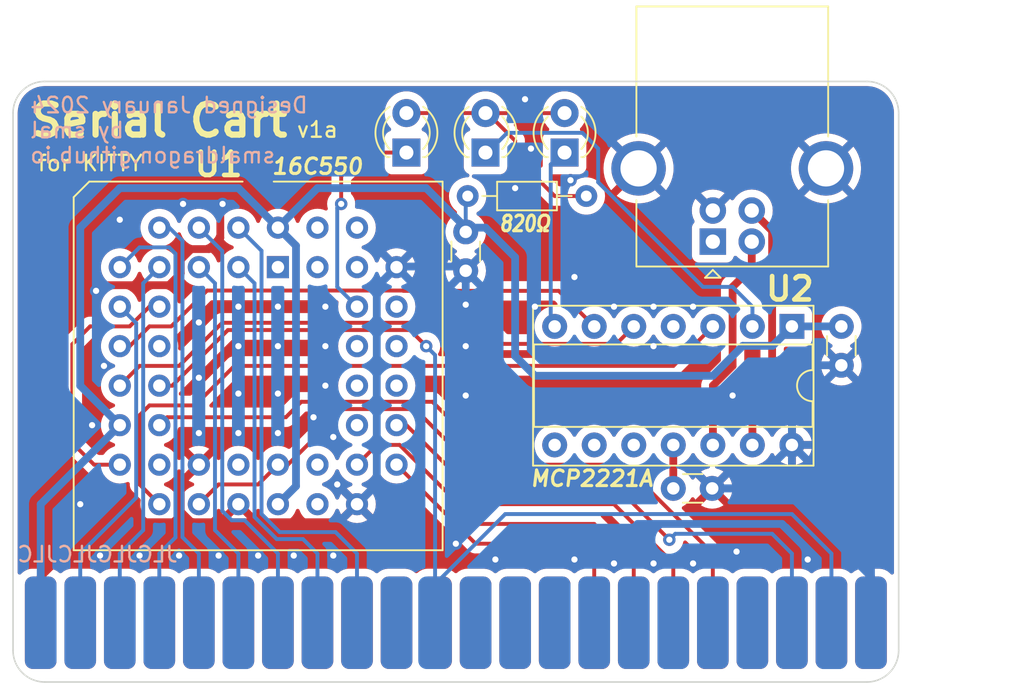
<source format=kicad_pcb>
(kicad_pcb (version 20221018) (generator pcbnew)
  (layers (0 "F.Cu" signal) (31 "B.Cu" signal) (34 "B.Paste" user) (35 "F.Paste" user) (36 "B.SilkS" user "B.Silkscreen") (37 "F.SilkS" user "F.Silkscreen") (38 "B.Mask" user) (39 "F.Mask" user) (44 "Edge.Cuts" user))
  (net 0 "")
  (net 1 "GND")
  (net 2 "+5V")
  (net 3 "~{SEL}")
  (net 4 "~{CART}")
  (net 5 "A15")
  (net 6 "D7")
  (net 7 "A14")
  (net 8 "D6")
  (net 9 "A13")
  (net 10 "D5")
  (net 11 "A12")
  (net 12 "D4")
  (net 13 "A11")
  (net 14 "D3")
  (net 15 "A10")
  (net 16 "D2")
  (net 17 "A9")
  (net 18 "D1")
  (net 19 "A8")
  (net 20 "D0")
  (net 21 "A7")
  (net 22 "B7")
  (net 23 "A6")
  (net 24 "B6")
  (net 25 "A5")
  (net 26 "B5")
  (net 27 "A4")
  (net 28 "B4")
  (net 29 "A3")
  (net 30 "B3")
  (net 31 "A2")
  (net 32 "B2")
  (net 33 "A1")
  (net 34 "B1")
  (net 35 "A0")
  (net 36 "B0")
  (net 37 "3M")
  (net 38 "~{NMI}")
  (net 39 "~{R}{slash}W")
  (net 40 "~{RESET}")
  (net 41 "R{slash}~{W}")
  (net 44 "Net-(J2-D-)")
  (net 45 "Net-(J2-D+)")
  (net 46 "Net-(D1-K)")
  (net 47 "Net-(D1-A)")
  (net 48 "/~{OUT1}")
  (net 49 "Net-(D2-K)")
  (net 50 "Net-(U2-VUSB)")
  (net 51 "Net-(U1-RCLK)")
  (net 52 "Net-(U1-SIN)")
  (net 53 "Net-(U1-SOUT)")
  (net 54 "Net-(U1-XIN)")
  (footprint "Package_DIP:DIP-14_W7.62mm_Socket" (layer "F.Cu") (at 91.44 72.39 -90)
    (fp_text reference "U2" (at -2.413 0.127 -180) (layer "F.SilkS" knockout) (effects (font (size 1.5 1.5) (thickness 0.3) bold)))
    (fp_text value "MCP2221A" (at 9.779 16.891 180) (layer "F.SilkS") (effects (font (thickness 0.2) bold italic) (justify left)))
    (fp_line (start -1.33 -1.39) (end -1.33 16.63) (stroke (width 0.12)) (layer "F.SilkS"))
    (fp_line (start -1.33 16.63) (end 8.95 16.63) (stroke (width 0.12)) (layer "F.SilkS"))
    (fp_line (start 1.16 -1.33) (end 1.16 16.57) (stroke (width 0.12)) (layer "F.SilkS"))
    (fp_line (start 1.16 16.57) (end 6.46 16.57) (stroke (width 0.12)) (layer "F.SilkS"))
    (fp_line (start 2.81 -1.33) (end 1.16 -1.33) (stroke (width 0.12)) (layer "F.SilkS"))
    (fp_line (start 6.46 -1.33) (end 4.81 -1.33) (stroke (width 0.12)) (layer "F.SilkS"))
    (fp_line (start 6.46 16.57) (end 6.46 -1.33) (stroke (width 0.12)) (layer "F.SilkS"))
    (fp_line (start 8.95 -1.39) (end -1.33 -1.39) (stroke (width 0.12)) (layer "F.SilkS"))
    (fp_line (start 8.95 16.63) (end 8.95 -1.39) (stroke (width 0.12)) (layer "F.SilkS"))
    (fp_arc (start 4.81 -1.33) (mid 3.81 -0.33) (end 2.81 -1.33) (stroke (width 0.12)) (layer "F.SilkS"))
    (pad "1" thru_hole rect (at 0 0 270) (size 1.6 1.6) (drill 0.8) (layers "*.Cu" "*.Mask") (net 2 "+5V"))
    (pad "2" thru_hole oval (at 0 2.54 270) (size 1.6 1.6) (drill 0.8) (layers "*.Cu" "*.Mask") (net 46 "Net-(D1-K)"))
    (pad "3" thru_hole oval (at 0 5.08 270) (size 1.6 1.6) (drill 0.8) (layers "*.Cu" "*.Mask") (net 54 "Net-(U1-XIN)"))
    (pad "4" thru_hole oval (at 0 7.62 270) (size 1.6 1.6) (drill 0.8) (layers "*.Cu" "*.Mask"))
    (pad "5" thru_hole oval (at 0 10.16 270) (size 1.6 1.6) (drill 0.8) (layers "*.Cu" "*.Mask") (net 53 "Net-(U1-SOUT)"))
    (pad "6" thru_hole oval (at 0 12.7 270) (size 1.6 1.6) (drill 0.8) (layers "*.Cu" "*.Mask") (net 52 "Net-(U1-SIN)"))
    (pad "7" thru_hole oval (at 0 15.24 270) (size 1.6 1.6) (drill 0.8) (layers "*.Cu" "*.Mask") (net 49 "Net-(D2-K)"))
    (pad "8" thru_hole oval (at 7.62 15.24 270) (size 1.6 1.6) (drill 0.8) (layers "*.Cu" "*.Mask"))
    (pad "9" thru_hole oval (at 7.62 12.7 270) (size 1.6 1.6) (drill 0.8) (layers "*.Cu" "*.Mask"))
    (pad "10" thru_hole oval (at 7.62 10.16 270) (size 1.6 1.6) (drill 0.8) (layers "*.Cu" "*.Mask"))
    (pad "11" thru_hole oval (at 7.62 7.62 270) (size 1.6 1.6) (drill 0.8) (layers "*.Cu" "*.Mask") (net 50 "Net-(U2-VUSB)"))
    (pad "12" thru_hole oval (at 7.62 5.08 270) (size 1.6 1.6) (drill 0.8) (layers "*.Cu" "*.Mask") (net 44 "Net-(J2-D-)"))
    (pad "13" thru_hole oval (at 7.62 2.54 270) (size 1.6 1.6) (drill 0.8) (layers "*.Cu" "*.Mask") (net 45 "Net-(J2-D+)"))
    (pad "14" thru_hole oval (at 7.62 0 270) (size 1.6 1.6) (drill 0.8) (layers "*.Cu" "*.Mask") (net 1 "GND"))
  )
  (footprint "Capacitor_THT:C_Disc_D3.0mm_W1.6mm_P2.50mm" (layer "F.Cu") (at 94.615 74.89 90)
    (fp_text reference "C1" hide)
    (fp_text value "C_Small" hide)
    (fp_line (start 0.621 -0.92) (end 1.879 -0.92) (stroke (width 0.12)) (layer "F.SilkS"))
    (fp_line (start 0.621 0.92) (end 1.879 0.92) (stroke (width 0.12)) (layer "F.SilkS"))
    (pad "1" thru_hole circle (at 0 0 90) (size 1.6 1.6) (drill 0.8) (layers "*.Cu" "*.Mask") (net 1 "GND"))
    (pad "2" thru_hole circle (at 2.5 0 90) (size 1.6 1.6) (drill 0.8) (layers "*.Cu" "*.Mask") (net 2 "+5V"))
  )
  (footprint "Capacitor_THT:C_Disc_D3.0mm_W1.6mm_P2.50mm" (layer "F.Cu") (at 70.485 66.314 -90)
    (fp_text reference "C3" hide)
    (fp_text value "C_Small")
    (fp_line (start 0.621 -0.92) (end 1.879 -0.92) (stroke (width 0.12)) (layer "F.SilkS"))
    (fp_line (start 0.621 0.92) (end 1.879 0.92) (stroke (width 0.12)) (layer "F.SilkS"))
    (pad "1" thru_hole circle (at 0 0 270) (size 1.6 1.6) (drill 0.8) (layers "*.Cu" "*.Mask") (net 2 "+5V"))
    (pad "2" thru_hole circle (at 2.5 0 270) (size 1.6 1.6) (drill 0.8) (layers "*.Cu" "*.Mask") (net 1 "GND"))
  )
  (footprint "Package_LCC:PLCC-44_THT-Socket" (layer "F.Cu") (at 58.42 68.58)
    (fp_text reference "U1" (at -3.81 -6.604) (layer "F.SilkS" knockout) (effects (font (size 1.5 1.5) (thickness 0.3) bold)))
    (fp_text value "16C550" (at 2.54 -6.477) (layer "F.SilkS") (effects (font (thickness 0.2) bold italic)))
    (fp_line (start -13.12 -4.5) (end -13.12 18.2) (stroke (width 0.12)) (layer "F.SilkS"))
    (fp_line (start -13.12 18.2) (end 10.58 18.2) (stroke (width 0.12)) (layer "F.SilkS"))
    (fp_line (start -12.12 -5.5) (end -13.12 -4.5) (stroke (width 0.12)) (layer "F.SilkS"))
    (fp_line (start -2.27 -5.5) (end -12.12 -5.5) (stroke (width 0.12)) (layer "F.SilkS"))
    (fp_line (start 10.58 -5.5) (end -0.27 -5.5) (stroke (width 0.12)) (layer "F.SilkS"))
    (fp_line (start 10.58 18.2) (end 10.58 -5.5) (stroke (width 0.12)) (layer "F.SilkS"))
    (pad "1" thru_hole rect (at 0 0) (size 1.4224 1.4224) (drill 0.8) (layers "*.Cu" "*.Mask"))
    (pad "2" thru_hole circle (at -2.54 -2.54) (size 1.4224 1.4224) (drill 0.8) (layers "*.Cu" "*.Mask") (net 20 "D0"))
    (pad "3" thru_hole circle (at -2.54 0) (size 1.4224 1.4224) (drill 0.8) (layers "*.Cu" "*.Mask") (net 18 "D1"))
    (pad "4" thru_hole circle (at -5.08 -2.54) (size 1.4224 1.4224) (drill 0.8) (layers "*.Cu" "*.Mask") (net 16 "D2"))
    (pad "5" thru_hole circle (at -5.08 0) (size 1.4224 1.4224) (drill 0.8) (layers "*.Cu" "*.Mask") (net 14 "D3"))
    (pad "6" thru_hole circle (at -7.62 -2.54) (size 1.4224 1.4224) (drill 0.8) (layers "*.Cu" "*.Mask") (net 12 "D4"))
    (pad "7" thru_hole circle (at -10.16 0) (size 1.4224 1.4224) (drill 0.8) (layers "*.Cu" "*.Mask") (net 10 "D5"))
    (pad "8" thru_hole circle (at -7.62 0) (size 1.4224 1.4224) (drill 0.8) (layers "*.Cu" "*.Mask") (net 8 "D6"))
    (pad "9" thru_hole circle (at -10.16 2.54) (size 1.4224 1.4224) (drill 0.8) (layers "*.Cu" "*.Mask") (net 6 "D7"))
    (pad "10" thru_hole circle (at -7.62 2.54) (size 1.4224 1.4224) (drill 0.8) (layers "*.Cu" "*.Mask") (net 51 "Net-(U1-RCLK)"))
    (pad "11" thru_hole circle (at -10.16 5.08) (size 1.4224 1.4224) (drill 0.8) (layers "*.Cu" "*.Mask") (net 52 "Net-(U1-SIN)"))
    (pad "12" thru_hole circle (at -7.62 5.08) (size 1.4224 1.4224) (drill 0.8) (layers "*.Cu" "*.Mask"))
    (pad "13" thru_hole circle (at -10.16 7.62) (size 1.4224 1.4224) (drill 0.8) (layers "*.Cu" "*.Mask") (net 53 "Net-(U1-SOUT)"))
    (pad "14" thru_hole circle (at -7.62 7.62) (size 1.4224 1.4224) (drill 0.8) (layers "*.Cu" "*.Mask") (net 24 "B6"))
    (pad "15" thru_hole circle (at -10.16 10.16) (size 1.4224 1.4224) (drill 0.8) (layers "*.Cu" "*.Mask") (net 2 "+5V"))
    (pad "16" thru_hole circle (at -7.62 10.16) (size 1.4224 1.4224) (drill 0.8) (layers "*.Cu" "*.Mask") (net 4 "~{CART}"))
    (pad "17" thru_hole circle (at -10.16 12.7) (size 1.4224 1.4224) (drill 0.8) (layers "*.Cu" "*.Mask") (net 51 "Net-(U1-RCLK)"))
    (pad "18" thru_hole circle (at -7.62 15.24) (size 1.4224 1.4224) (drill 0.8) (layers "*.Cu" "*.Mask") (net 54 "Net-(U1-XIN)"))
    (pad "19" thru_hole circle (at -7.62 12.7) (size 1.4224 1.4224) (drill 0.8) (layers "*.Cu" "*.Mask"))
    (pad "20" thru_hole circle (at -5.08 15.24) (size 1.4224 1.4224) (drill 0.8) (layers "*.Cu" "*.Mask") (net 41 "R{slash}~{W}"))
    (pad "21" thru_hole circle (at -5.08 12.7) (size 1.4224 1.4224) (drill 0.8) (layers "*.Cu" "*.Mask") (net 1 "GND"))
    (pad "22" thru_hole circle (at -2.54 15.24) (size 1.4224 1.4224) (drill 0.8) (layers "*.Cu" "*.Mask") (net 1 "GND"))
    (pad "23" thru_hole circle (at -2.54 12.7) (size 1.4224 1.4224) (drill 0.8) (layers "*.Cu" "*.Mask"))
    (pad "24" thru_hole circle (at 0 15.24) (size 1.4224 1.4224) (drill 0.8) (layers "*.Cu" "*.Mask") (net 2 "+5V"))
    (pad "25" thru_hole circle (at 0 12.7) (size 1.4224 1.4224) (drill 0.8) (layers "*.Cu" "*.Mask") (net 41 "R{slash}~{W}"))
    (pad "26" thru_hole circle (at 2.54 15.24) (size 1.4224 1.4224) (drill 0.8) (layers "*.Cu" "*.Mask"))
    (pad "27" thru_hole circle (at 2.54 12.7) (size 1.4224 1.4224) (drill 0.8) (layers "*.Cu" "*.Mask"))
    (pad "28" thru_hole circle (at 5.08 15.24) (size 1.4224 1.4224) (drill 0.8) (layers "*.Cu" "*.Mask") (net 1 "GND"))
    (pad "29" thru_hole circle (at 7.62 12.7) (size 1.4224 1.4224) (drill 0.8) (layers "*.Cu" "*.Mask") (net 31 "A2"))
    (pad "30" thru_hole circle (at 5.08 12.7) (size 1.4224 1.4224) (drill 0.8) (layers "*.Cu" "*.Mask") (net 33 "A1"))
    (pad "31" thru_hole circle (at 7.62 10.16) (size 1.4224 1.4224) (drill 0.8) (layers "*.Cu" "*.Mask") (net 35 "A0"))
    (pad "32" thru_hole circle (at 5.08 10.16) (size 1.4224 1.4224) (drill 0.8) (layers "*.Cu" "*.Mask"))
    (pad "33" thru_hole circle (at 7.62 7.62) (size 1.4224 1.4224) (drill 0.8) (layers "*.Cu" "*.Mask"))
    (pad "34" thru_hole circle (at 5.08 7.62) (size 1.4224 1.4224) (drill 0.8) (layers "*.Cu" "*.Mask"))
    (pad "35" thru_hole circle (at 7.62 5.08) (size 1.4224 1.4224) (drill 0.8) (layers "*.Cu" "*.Mask"))
    (pad "36" thru_hole circle (at 5.08 5.08) (size 1.4224 1.4224) (drill 0.8) (layers "*.Cu" "*.Mask"))
    (pad "37" thru_hole circle (at 7.62 2.54) (size 1.4224 1.4224) (drill 0.8) (layers "*.Cu" "*.Mask"))
    (pad "38" thru_hole circle (at 5.08 2.54) (size 1.4224 1.4224) (drill 0.8) (layers "*.Cu" "*.Mask") (net 48 "/~{OUT1}"))
    (pad "39" thru_hole circle (at 7.62 0) (size 1.4224 1.4224) (drill 0.8) (layers "*.Cu" "*.Mask") (net 1 "GND"))
    (pad "40" thru_hole circle (at 5.08 -2.54) (size 1.4224 1.4224) (drill 0.8) (layers "*.Cu" "*.Mask"))
    (pad "41" thru_hole circle (at 5.08 0) (size 1.4224 1.4224) (drill 0.8) (layers "*.Cu" "*.Mask"))
    (pad "42" thru_hole circle (at 2.54 -2.54) (size 1.4224 1.4224) (drill 0.8) (layers "*.Cu" "*.Mask"))
    (pad "43" thru_hole circle (at 2.54 0) (size 1.4224 1.4224) (drill 0.8) (layers "*.Cu" "*.Mask"))
    (pad "44" thru_hole circle (at 0 -2.54) (size 1.4224 1.4224) (drill 0.8) (layers "*.Cu" "*.Mask") (net 2 "+5V"))
  )
  (footprint "Capacitor_THT:C_Disc_D3.0mm_W1.6mm_P2.50mm" (layer "F.Cu") (at 83.82 82.804)
    (fp_text reference "C2" hide)
    (fp_text value "C_Small")
    (fp_line (start 0.621 -0.92) (end 1.879 -0.92) (stroke (width 0.12)) (layer "F.SilkS"))
    (fp_line (start 0.621 0.92) (end 1.879 0.92) (stroke (width 0.12)) (layer "F.SilkS"))
    (pad "1" thru_hole circle (at 0 0) (size 1.6 1.6) (drill 0.8) (layers "*.Cu" "*.Mask") (net 50 "Net-(U2-VUSB)"))
    (pad "2" thru_hole circle (at 2.5 0) (size 1.6 1.6) (drill 0.8) (layers "*.Cu" "*.Mask") (net 1 "GND"))
  )
  (footprint "Resistor_THT:R_Axial_DIN0204_L3.6mm_D1.6mm_P7.62mm_Horizontal" (layer "F.Cu") (at 78.232 64.008 180)
    (fp_text reference "R1" hide)
    (fp_text value "820Ω" (at 3.937 -1.778) (layer "F.SilkS") (effects (font (size 1 0.8) (thickness 0.2) italic)))
    (fp_line (start 0.94 0) (end 1.89 0) (stroke (width 0.12)) (layer "F.SilkS"))
    (fp_line (start 1.89 -0.92) (end 1.89 0.92) (stroke (width 0.12)) (layer "F.SilkS"))
    (fp_line (start 1.89 0.92) (end 5.73 0.92) (stroke (width 0.12)) (layer "F.SilkS"))
    (fp_line (start 5.73 -0.92) (end 1.89 -0.92) (stroke (width 0.12)) (layer "F.SilkS"))
    (fp_line (start 5.73 0.92) (end 5.73 -0.92) (stroke (width 0.12)) (layer "F.SilkS"))
    (fp_line (start 6.68 0) (end 5.73 0) (stroke (width 0.12)) (layer "F.SilkS"))
    (pad "1" thru_hole circle (at 0 0 180) (size 1.4 1.4) (drill 0.7) (layers "*.Cu" "*.Mask") (net 47 "Net-(D1-A)"))
    (pad "2" thru_hole oval (at 7.62 0 180) (size 1.4 1.4) (drill 0.7) (layers "*.Cu" "*.Mask") (net 2 "+5V"))
  )
  (footprint "LED_THT:LED_D3.0mm" (layer "F.Cu") (at 71.755 61.214 90)
    (fp_text reference "D1" hide)
    (fp_text value "LED_Filled")
    (fp_line (start -0.29 -1.236) (end -0.29 -1.08) (stroke (width 0.12)) (layer "F.SilkS"))
    (fp_line (start -0.29 1.08) (end -0.29 1.236) (stroke (width 0.12)) (layer "F.SilkS"))
    (fp_arc (start -0.29 -1.235516) (mid 1.366487 -1.987659) (end 2.942335 -1.078608) (stroke (width 0.12)) (layer "F.SilkS"))
    (fp_arc (start 0.229039 -1.08) (mid 1.270117 -1.5) (end 2.31113 -1.079837) (stroke (width 0.12)) (layer "F.SilkS"))
    (fp_arc (start 2.31113 1.079837) (mid 1.270117 1.5) (end 0.229039 1.08) (stroke (width 0.12)) (layer "F.SilkS"))
    (fp_arc (start 2.942335 1.078608) (mid 1.366487 1.987659) (end -0.29 1.235516) (stroke (width 0.12)) (layer "F.SilkS"))
    (pad "1" thru_hole rect (at 0 0 90) (size 1.8 1.8) (drill 0.9) (layers "*.Cu" "*.Mask") (net 46 "Net-(D1-K)"))
    (pad "2" thru_hole circle (at 2.54 0 90) (size 1.8 1.8) (drill 0.9) (layers "*.Cu" "*.Mask") (net 47 "Net-(D1-A)"))
  )
  (footprint "Smal:KITTY_Cart_Edge" (layer "F.Cu") (at 97.79 88.4435 180)
    (fp_text reference "J1" hide)
    (fp_text value "Conn_02x22_Odd_Even")
    (pad "1" smd roundrect (at 54.61 -2.9965) (size 2.032 5.945) (layers "F.Cu" "F.Paste" "F.Mask") (net 1 "GND"))
    (pad "2" smd roundrect (at 54.61 -2.9965) (size 2.032 5.945) (layers "B.Cu" "B.Paste" "B.Mask") (net 2 "+5V"))
    (pad "3" smd roundrect (at 52.07 -2.9965) (size 2.032 5.945) (layers "F.Cu" "F.Paste" "F.Mask") (net 5 "A15"))
    (pad "4" smd roundrect (at 52.07 -2.9965) (size 2.032 5.945) (layers "B.Cu" "B.Paste" "B.Mask") (net 6 "D7"))
    (pad "5" smd roundrect (at 49.53 -2.9965) (size 2.032 5.945) (layers "F.Cu" "F.Paste" "F.Mask") (net 7 "A14"))
    (pad "6" smd roundrect (at 49.53 -2.9965) (size 2.032 5.945) (layers "B.Cu" "B.Paste" "B.Mask") (net 8 "D6"))
    (pad "7" smd roundrect (at 46.99 -2.9965) (size 2.032 5.945) (layers "F.Cu" "F.Paste" "F.Mask") (net 9 "A13"))
    (pad "8" smd roundrect (at 46.99 -2.9965) (size 2.032 5.945) (layers "B.Cu" "B.Paste" "B.Mask") (net 10 "D5"))
    (pad "9" smd roundrect (at 44.45 -2.9965) (size 2.032 5.945) (layers "F.Cu" "F.Paste" "F.Mask") (net 11 "A12"))
    (pad "10" smd roundrect (at 44.45 -2.9965) (size 2.032 5.945) (layers "B.Cu" "B.Paste" "B.Mask") (net 12 "D4"))
    (pad "11" smd roundrect (at 41.91 -2.9965) (size 2.032 5.945) (layers "F.Cu" "F.Paste" "F.Mask") (net 13 "A11"))
    (pad "12" smd roundrect (at 41.91 -3) (size 2.032 5.952) (layers "B.Cu" "B.Paste" "B.Mask") (net 14 "D3"))
    (pad "13" smd roundrect (at 39.37 -3) (size 2.032 5.952) (layers "F.Cu" "F.Paste" "F.Mask") (net 15 "A10"))
    (pad "14" smd roundrect (at 39.37 -2.9965) (size 2.032 5.945) (layers "B.Cu" "B.Paste" "B.Mask") (net 16 "D2"))
    (pad "15" smd roundrect (at 36.83 -3) (size 2.032 5.952) (layers "F.Cu" "F.Paste" "F.Mask") (net 17 "A9"))
    (pad "16" smd roundrect (at 36.83 -2.9965) (size 2.032 5.945) (layers "B.Cu" "B.Paste" "B.Mask") (net 18 "D1"))
    (pad "17" smd roundrect (at 34.29 -2.9965) (size 2.032 5.945) (layers "F.Cu" "F.Paste" "F.Mask") (net 19 "A8"))
    (pad "18" smd roundrect (at 34.29 -2.9965) (size 2.032 5.945) (layers "B.Cu" "B.Paste" "B.Mask") (net 20 "D0"))
    (pad "19" smd roundrect (at 31.75 -2.9965) (size 2.032 5.945) (layers "F.Cu" "F.Paste" "F.Mask") (net 21 "A7"))
    (pad "20" smd roundrect (at 31.75 -2.9965) (size 2.032 5.945) (layers "B.Cu" "B.Paste" "B.Mask") (net 22 "B7"))
    (pad "21" smd roundrect (at 29.21 -2.9965) (size 2.032 5.945) (layers "F.Cu" "F.Paste" "F.Mask") (net 23 "A6"))
    (pad "22" smd roundrect (at 29.2735 -3) (size 2.159 5.952) (layers "B.Cu" "B.Paste" "B.Mask") (net 24 "B6"))
    (pad "23" smd roundrect (at 26.67 -2.9965) (size 2.032 5.945) (layers "F.Cu" "F.Paste" "F.Mask") (net 25 "A5"))
    (pad "24" smd roundrect (at 26.67 -2.9965) (size 2.032 5.945) (layers "B.Cu" "B.Paste" "B.Mask") (net 26 "B5"))
    (pad "25" smd roundrect (at 24.13 -2.9965) (size 2.032 5.945) (layers "F.Cu" "F.Paste" "F.Mask") (net 27 "A4"))
    (pad "26" smd roundrect (at 24.13 -2.9965) (size 2.032 5.945) (layers "B.Cu" "B.Paste" "B.Mask") (net 28 "B4"))
    (pad "27" smd roundrect (at 21.59 -2.9965) (size 2.032 5.945) (layers "F.Cu" "F.Paste" "F.Mask") (net 29 "A3"))
    (pad "28" smd roundrect (at 21.59 -2.9965) (size 2.032 5.945) (layers "B.Cu" "B.Paste" "B.Mask") (net 30 "B3"))
    (pad "29" smd roundrect (at 19.05 -3) (size 2.032 5.952) (layers "F.Cu" "F.Paste" "F.Mask") (net 31 "A2"))
    (pad "30" smd roundrect (at 19.05 -2.9965) (size 2.032 5.945) (layers "B.Cu" "B.Paste" "B.Mask") (net 32 "B2"))
    (pad "31" smd roundrect (at 16.51 -2.9965) (size 2.032 5.945) (layers "F.Cu" "F.Paste" "F.Mask") (net 33 "A1"))
    (pad "32" smd roundrect (at 16.51 -2.9965) (size 2.032 5.945) (layers "B.Cu" "B.Paste" "B.Mask") (net 34 "B1"))
    (pad "33" smd roundrect (at 13.97 -2.9965) (size 2.032 5.945) (layers "F.Cu" "F.Paste" "F.Mask") (net 35 "A0"))
    (pad "34" smd roundrect (at 13.97 -3) (size 2.032 5.952) (layers "B.Cu" "B.Paste" "B.Mask") (net 36 "B0"))
    (pad "35" smd roundrect (at 11.43 -3) (size 2.032 5.952) (layers "F.Cu" "F.Paste" "F.Mask") (net 4 "~{CART}"))
    (pad "36" smd roundrect (at 11.43 -2.9965) (size 2.032 5.945) (layers "B.Cu" "B.Paste" "B.Mask") (net 37 "3M"))
    (pad "37" smd roundrect (at 8.89 -2.9965) (size 2.032 5.945) (layers "F.Cu" "F.Paste" "F.Mask") (net 38 "~{NMI}"))
    (pad "38" smd roundrect (at 8.89 -2.9965) (size 2.032 5.945) (layers "B.Cu" "B.Paste" "B.Mask") (net 39 "~{R}{slash}W"))
    (pad "39" smd roundrect (at 6.35 -2.9965) (size 2.032 5.945) (layers "F.Cu" "F.Paste" "F.Mask") (net 40 "~{RESET}"))
    (pad "40" smd roundrect (at 6.35 -2.9965) (size 2.032 5.945) (layers "B.Cu" "B.Paste" "B.Mask") (net 41 "R{slash}~{W}"))
    (pad "41" smd roundrect (at 3.81 -2.9965) (size 2.032 5.945) (layers "F.Cu" "F.Paste" "F.Mask") (net 3 "~{SEL}"))
    (pad "42" smd roundrect (at 3.81 -3) (size 2.032 5.952) (layers "B.Cu" "B.Paste" "B.Mask") (net 24 "B6"))
    (pad "43" smd roundrect (at 1.27 -2.9965) (size 2.032 5.945) (layers "F.Cu" "F.Paste" "F.Mask"))
    (pad "44" smd roundrect (at 1.27 -2.9965) (size 2.032 5.945) (layers "B.Cu" "B.Paste" "B.Mask") (net 1 "GND"))
  )
  (footprint "LED_THT:LED_D3.0mm" (layer "F.Cu") (at 76.835 61.214 90)
    (fp_text reference "D2" hide)
    (fp_text value "LED_Filled")
    (fp_line (start -0.29 -1.236) (end -0.29 -1.08) (stroke (width 0.12)) (layer "F.SilkS"))
    (fp_line (start -0.29 1.08) (end -0.29 1.236) (stroke (width 0.12)) (layer "F.SilkS"))
    (fp_arc (start -0.29 -1.235516) (mid 1.366487 -1.987659) (end 2.942335 -1.078608) (stroke (width 0.12)) (layer "F.SilkS"))
    (fp_arc (start 0.229039 -1.08) (mid 1.270117 -1.5) (end 2.31113 -1.079837) (stroke (width 0.12)) (layer "F.SilkS"))
    (fp_arc (start 2.31113 1.079837) (mid 1.270117 1.5) (end 0.229039 1.08) (stroke (width 0.12)) (layer "F.SilkS"))
    (fp_arc (start 2.942335 1.078608) (mid 1.366487 1.987659) (end -0.29 1.235516) (stroke (width 0.12)) (layer "F.SilkS"))
    (pad "1" thru_hole rect (at 0 0 90) (size 1.8 1.8) (drill 0.9) (layers "*.Cu" "*.Mask") (net 49 "Net-(D2-K)"))
    (pad "2" thru_hole circle (at 2.54 0 90) (size 1.8 1.8) (drill 0.9) (layers "*.Cu" "*.Mask") (net 47 "Net-(D1-A)"))
  )
  (footprint "LED_THT:LED_D3.0mm" (layer "F.Cu") (at 66.675 61.214 90)
    (fp_text reference "D3" hide)
    (fp_text value "LED_Filled")
    (fp_line (start -0.29 -1.236) (end -0.29 -1.08) (stroke (width 0.12)) (layer "F.SilkS"))
    (fp_line (start -0.29 1.08) (end -0.29 1.236) (stroke (width 0.12)) (layer "F.SilkS"))
    (fp_arc (start -0.29 -1.235516) (mid 1.366487 -1.987659) (end 2.942335 -1.078608) (stroke (width 0.12)) (layer "F.SilkS"))
    (fp_arc (start 0.229039 -1.08) (mid 1.270117 -1.5) (end 2.31113 -1.079837) (stroke (width 0.12)) (layer "F.SilkS"))
    (fp_arc (start 2.31113 1.079837) (mid 1.270117 1.5) (end 0.229039 1.08) (stroke (width 0.12)) (layer "F.SilkS"))
    (fp_arc (start 2.942335 1.078608) (mid 1.366487 1.987659) (end -0.29 1.235516) (stroke (width 0.12)) (layer "F.SilkS"))
    (pad "1" thru_hole rect (at 0 0 90) (size 1.8 1.8) (drill 0.9) (layers "*.Cu" "*.Mask") (net 48 "/~{OUT1}"))
    (pad "2" thru_hole circle (at 2.54 0 90) (size 1.8 1.8) (drill 0.9) (layers "*.Cu" "*.Mask") (net 47 "Net-(D1-A)"))
  )
  (footprint "Connector_USB:USB_B_OST_USB-B1HSxx_Horizontal" (layer "F.Cu") (at 86.36 66.94 90)
    (fp_text reference "J2" hide)
    (fp_text value "USB_B")
    (fp_line (start -2.32 -0.5) (end -2.32 0.5) (stroke (width 0.12)) (layer "F.SilkS"))
    (fp_line (start -2.32 0.5) (end -1.82 0) (stroke (width 0.12)) (layer "F.SilkS"))
    (fp_line (start -1.82 0) (end -2.32 -0.5) (stroke (width 0.12)) (layer "F.SilkS"))
    (fp_line (start -1.6 -4.91) (end -1.6 7.41) (stroke (width 0.12)) (layer "F.SilkS"))
    (fp_line (start -1.6 7.41) (end 2.66 7.41) (stroke (width 0.12)) (layer "F.SilkS"))
    (fp_line (start 2.66 -4.91) (end -1.6 -4.91) (stroke (width 0.12)) (layer "F.SilkS"))
    (fp_line (start 6.76 -4.91) (end 15.12 -4.91) (stroke (width 0.12)) (layer "F.SilkS"))
    (fp_line (start 15.12 -4.91) (end 15.12 7.41) (stroke (width 0.12)) (layer "F.SilkS"))
    (fp_line (start 15.12 7.41) (end 6.76 7.41) (stroke (width 0.12)) (layer "F.SilkS"))
    (pad "1" thru_hole rect (at 0 0 90) (size 1.7 1.7) (drill 0.92) (layers "*.Cu" "*.Mask"))
    (pad "2" thru_hole circle (at 0 2.5 90) (size 1.7 1.7) (drill 0.92) (layers "*.Cu" "*.Mask") (net 44 "Net-(J2-D-)"))
    (pad "3" thru_hole circle (at 2 2.5 90) (size 1.7 1.7) (drill 0.92) (layers "*.Cu" "*.Mask") (net 45 "Net-(J2-D+)"))
    (pad "4" thru_hole circle (at 2 0 90) (size 1.7 1.7) (drill 0.92) (layers "*.Cu" "*.Mask") (net 1 "GND"))
    (pad "5" thru_hole circle (at 4.71 -4.77 90) (size 3.5 3.5) (drill 2.33) (layers "*.Cu" "*.Mask") (net 1 "GND"))
    (pad "5" thru_hole circle (at 4.71 7.27 90) (size 3.5 3.5) (drill 2.33) (layers "*.Cu" "*.Mask") (net 1 "GND"))
  )
  (gr_line (start 41.402 58.674) (end 41.402 93.218) (stroke (width 0.1)) (layer "Edge.Cuts"))
  (gr_arc (start 98.298 93.217999) (mid 97.702841 94.65484) (end 96.266 95.249999) (stroke (width 0.1)) (layer "Edge.Cuts"))
  (gr_arc (start 43.434 95.25) (mid 41.997159 94.654841) (end 41.402 93.218) (stroke (width 0.1)) (layer "Edge.Cuts"))
  (gr_line (start 43.434 56.642) (end 96.266 56.642) (stroke (width 0.1)) (layer "Edge.Cuts"))
  (gr_arc (start 96.265999 56.642001) (mid 97.70284 57.23716) (end 98.297999 58.674001) (stroke (width 0.1)) (layer "Edge.Cuts"))
  (gr_line (start 98.298 93.218) (end 98.297999 58.674001) (stroke (width 0.1)) (layer "Edge.Cuts"))
  (gr_arc (start 41.402 58.674) (mid 41.997159 57.237159) (end 43.434 56.642) (stroke (width 0.1)) (layer "Edge.Cuts"))
  (gr_line (start 96.266 95.249999) (end 43.434 95.25) (stroke (width 0.1)) (layer "Edge.Cuts"))
  (gr_text "JLCJLCJLCJLC" (at 52.07 87.63) (layer "B.SilkS") (effects (font (size 1 1)) (justify left bottom mirror)))
  (gr_text "Designed January 2024\nby smal\nsmaldragon.github.io" (at 42.418 61.976) (layer "B.SilkS") (effects (font (size 1 1)) (justify right bottom mirror)))
  (gr_text "for KITTY" (at 46.355 62.484) (layer "F.SilkS") (effects (font (size 1 1)) (justify bottom)))
  (gr_text "Serial Cart" (at 50.8 60.325) (layer "F.SilkS") (effects (font (size 2 2) (thickness 0.4) bold) (justify bottom)))
  (gr_text "v1a" (at 60.96 60.325) (layer "F.SilkS") (effects (font (size 1 1)) (justify bottom)))
  (segment (start 52.859015 67.4188) (end 53.993201 67.4188) (width 0.5) (layer "F.Cu") (net 1))
  (segment (start 52.1788 82.4412) (end 53.34 81.28) (width 0.5) (layer "F.Cu") (net 1))
  (segment (start 53.993201 67.4188) (end 54.7188 66.693201) (width 0.5) (layer "F.Cu") (net 1))
  (segment (start 63.5 83.82) (end 62.3388 84.9812) (width 0.5) (layer "F.Cu") (net 1))
  (segment (start 43.18 88.4675) (end 43.18 91.44) (width 0.5) (layer "F.Cu") (net 1))
  (segment (start 47.0988 69.7412) (end 51.4168 69.7412) (width 0.5) (layer "F.Cu") (net 1))
  (segment (start 55.88 83.82) (end 54.7188 84.9812) (width 0.5) (layer "F.Cu") (net 1))
  (segment (start 46.736 70.104) (end 47.0988 69.7412) (width 0.5) (layer "F.Cu") (net 1))
  (segment (start 54.7188 64.6612) (end 54.864 64.516) (width 0.5) (layer "F.Cu") (net 1))
  (segment (start 46.6663 84.9812) (end 43.18 88.4675) (width 0.5) (layer "F.Cu") (net 1))
  (segment (start 52.859015 84.9812) (end 52.1788 84.300985) (width 0.5) (layer "F.Cu") (net 1))
  (segment (start 52.1788 68.099015) (end 52.859015 67.4188) (width 0.5) (layer "F.Cu") (net 1))
  (segment (start 52.9772 84.9812) (end 52.859015 84.9812) (width 0.5) (layer "F.Cu") (net 1))
  (segment (start 70.485 73.66) (end 70.993 74.168) (width 0.5) (layer "F.Cu") (net 1))
  (segment (start 70.993 74.168) (end 82.042 74.168) (width 0.5) (layer "F.Cu") (net 1))
  (segment (start 82.042 74.168) (end 82.55 73.66) (width 0.5) (layer "F.Cu") (net 1))
  (segment (start 51.4168 69.7412) (end 52.1788 68.9792) (width 0.5) (layer "F.Cu") (net 1))
  (segment (start 54.7188 84.9812) (end 52.9772 84.9812) (width 0.5) (layer "F.Cu") (net 1))
  (segment (start 69.85 86.36) (end 66.04 86.36) (width 0.5) (layer "F.Cu") (net 1))
  (segment (start 54.7188 66.693201) (end 54.7188 64.6612) (width 0.5) (layer "F.Cu") (net 1))
  (segment (start 52.1788 68.9792) (end 52.1788 68.099015) (width 0.5) (layer "F.Cu") (net 1))
  (segment (start 66.04 86.36) (end 63.5 83.82) (width 0.5) (layer "F.Cu") (net 1))
  (segment (start 62.3388 84.9812) (end 54.7188 84.9812) (width 0.5) (layer "F.Cu") (net 1))
  (segment (start 52.9772 84.9812) (end 46.6663 84.9812) (width 0.5) (layer "F.Cu") (net 1))
  (segment (start 52.1788 84.300985) (end 52.1788 82.4412) (width 0.5) (layer "F.Cu") (net 1))
  (via (at 49.53 87.122) (size 0.8) (drill 0.4) (layers "F.Cu" "B.Cu") (net 1))
  (via (at 77.47 87.376) (size 0.8) (drill 0.4) (layers "F.Cu" "B.Cu") (net 1))
  (via (at 61.976 79.502) (size 0.8) (drill 0.4) (layers "F.Cu" "B.Cu") (net 1))
  (via (at 85.09 71.12) (size 0.8) (drill 0.4) (layers "F.Cu" "B.Cu") (net 1))
  (via (at 80.01 87.63) (size 0.8) (drill 0.4) (layers "F.Cu" "B.Cu") (net 1))
  (via (at 52.324 64.516) (size 0.8) (drill 0.4) (layers "F.Cu" "B.Cu") (net 1))
  (via (at 46.99 87.122) (size 0.8) (drill 0.4) (layers "F.Cu" "B.Cu") (net 1))
  (via (at 58.42 76.708) (size 0.8) (drill 0.4) (layers "F.Cu" "B.Cu") (net 1))
  (via (at 69.85 86.36) (size 0.8) (drill 0.4) (layers "F.Cu" "B.Cu") (net 1))
  (via (at 55.88 71.12) (size 0.8) (drill 0.4) (layers "F.Cu" "B.Cu") (net 1))
  (via (at 58.42 71.12) (size 0.8) (drill 0.4) (layers "F.Cu" "B.Cu") (net 1))
  (via (at 57.15 87.122) (size 0.8) (drill 0.4) (layers "F.Cu" "B.Cu") (net 1))
  (via (at 53.34 75.692) (size 0.8) (drill 0.4) (layers "F.Cu" "B.Cu") (net 1))
  (via (at 45.72 83.82) (size 0.8) (drill 0.4) (layers "F.Cu" "B.Cu") (net 1))
  (via (at 87.63 76.835) (size 0.8) (drill 0.4) (layers "F.Cu" "B.Cu") (net 1))
  (via (at 82.55 73.66) (size 0.8) (drill 0.4) (layers "F.Cu" "B.Cu") (net 1))
  (via (at 92.456 87.376) (size 0.8) (drill 0.4) (layers "F.Cu" "B.Cu") (net 1))
  (via (at 53.34 79.248) (size 0.8) (drill 0.4) (layers "F.Cu" "B.Cu") (net 1))
  (via (at 48.26 65.532) (size 0.8) (drill 0.4) (layers "F.Cu" "B.Cu") (net 1))
  (via (at 52.07 87.122) (size 0.8) (drill 0.4) (layers "F.Cu" "B.Cu") (net 1))
  (via (at 54.864 64.516) (size 0.8) (drill 0.4) (layers "F.Cu" "B.Cu") (net 1))
  (via (at 58.42 79.248) (size 0.8) (drill 0.4) (layers "F.Cu" "B.Cu") (net 1))
  (via (at 62.23 82.55) (size 0.8) (drill 0.4) (layers "F.Cu" "B.Cu") (net 1))
  (via (at 55.88 76.708) (size 0.8) (drill 0.4) (layers "F.Cu" "B.Cu") (net 1))
  (via (at 74.93 71.12) (size 0.8) (drill 0.4) (layers "F.Cu" "B.Cu") (net 1))
  (via (at 55.88 79.248) (size 0.8) (drill 0.4) (layers "F.Cu" "B.Cu") (net 1))
  (via (at 61.468 71.12) (size 0.8) (drill 0.4) (layers "F.Cu" "B.Cu") (net 1))
  (via (at 82.55 87.63) (size 0.8) (drill 0.4) (layers "F.Cu" "B.Cu") (net 1))
  (via (at 77.47 69.215) (size 0.8) (drill 0.4) (layers "F.Cu" "B.Cu") (net 1))
  (via (at 59.436 87.122) (size 0.8) (drill 0.4) (layers "F.Cu" "B.Cu") (net 1))
  (via (at 61.976 87.122) (size 0.8) (drill 0.4) (layers "F.Cu" "B.Cu") (net 1))
  (via (at 46.736 70.104) (size 0.8) (drill 0.4) (layers "F.Cu" "B.Cu") (net 1))
  (via (at 55.88 73.66) (size 0.8) (drill 0.4) (layers "F.Cu" "B.Cu") (net 1))
  (via (at 53.34 72.136) (size 0.8) (drill 0.4) (layers "F.Cu" "B.Cu") (net 1))
  (via (at 70.485 70.993) (size 0.8) (drill 0.4) (layers "F.Cu" "B.Cu") (net 1))
  (via (at 46.482 78.74) (size 0.8) (drill 0.4) (layers "F.Cu" "B.Cu") (net 1))
  (via (at 58.42 73.66) (size 0.8) (drill 0.4) (layers "F.Cu" "B.Cu") (net 1))
  (via (at 61.468 76.2) (size 0.8) (drill 0.4) (layers "F.Cu" "B.Cu") (net 1))
  (via (at 60.706 78.232) (size 0.8) (drill 0.4) (layers "F.Cu" "B.Cu") (net 1))
  (via (at 61.468 73.66) (size 0.8) (drill 0.4) (layers "F.Cu" "B.Cu") (net 1))
  (via (at 87.884 86.868) (size 0.8) (drill 0.4) (layers "F.Cu" "B.Cu") (net 1))
  (via (at 77.216 62.992) (size 0.8) (drill 0.4) (layers "F.Cu" "B.Cu") (net 1))
  (via (at 80.01 71.12) (size 0.8) (drill 0.4) (layers "F.Cu" "B.Cu") (net 1))
  (via (at 74.295 57.785) (size 0.8) (drill 0.4) (layers "F.Cu" "B.Cu") (net 1))
  (via (at 82.55 71.12) (size 0.8) (drill 0.4) (layers "F.Cu" "B.Cu") (net 1))
  (via (at 47.244 74.93) (size 0.8) (drill 0.4) (layers "F.Cu" "B.Cu") (net 1))
  (via (at 73.66 63.5) (size 0.8) (drill 0.4) (layers "F.Cu" "B.Cu") (net 1))
  (via (at 74.676 60.96) (size 0.8) (drill 0.4) (layers "F.Cu" "B.Cu") (net 1))
  (via (at 70.485 76.835) (size 0.8) (drill 0.4) (layers "F.Cu" "B.Cu") (net 1))
  (via (at 85.09 87.63) (size 0.8) (drill 0.4) (layers "F.Cu" "B.Cu") (net 1))
  (via (at 54.61 87.122) (size 0.8) (drill 0.4) (layers "F.Cu" "B.Cu") (net 1))
  (via (at 72.39 87.376) (size 0.8) (drill 0.4) (layers "F.Cu" "B.Cu") (net 1))
  (via (at 70.485 73.66) (size 0.8) (drill 0.4) (layers "F.Cu" "B.Cu") (net 1))
  (segment (start 96.52 85.085) (end 91.445 80.01) (width 0.5) (layer "B.Cu") (net 1))
  (segment (start 64.77 82.55) (end 64.77 69.85) (width 0.5) (layer "B.Cu") (net 1))
  (segment (start 91.445 78.06) (end 94.615 74.89) (width 0.5) (layer "B.Cu") (net 1))
  (segment (start 89.575 74.89) (end 94.615 74.89) (width 0.5) (layer "B.Cu") (net 1))
  (segment (start 91.445 80.01) (end 88.651 82.804) (width 0.5) (layer "B.Cu") (net 1))
  (segment (start 90.8565 82.804) (end 96.52 88.4675) (width 0.5) (layer "B.Cu") (net 1))
  (segment (start 96.52 88.4675) (end 96.52 91.44) (width 0.5) (layer "B.Cu") (net 1))
  (segment (start 88.651 82.804) (end 86.32 82.804) (width 0.5) (layer "B.Cu") (net 1))
  (segment (start 70.485 76.835) (end 70.485 85.725) (width 0.5) (layer "B.Cu") (net 1))
  (segment (start 96.52 91.44) (end 96.52 85.085) (width 0.5) (layer "B.Cu") (net 1))
  (segment (start 90.805 85.09) (end 81.534 85.09) (width 0.5) (layer "B.Cu") (net 1))
  (segment (start 92.456 87.376) (end 92.456 86.741) (width 0.5) (layer "B.Cu") (net 1))
  (segment (start 87.63 76.835) (end 89.575 74.89) (width 0.5) (layer "B.Cu") (net 1))
  (segment (start 66.08 68.54) (end 66.04 68.58) (width 0.5) (layer "B.Cu") (net 1))
  (segment (start 70.485 70.993) (end 70.485 68.54) (width 0.5) (layer "B.Cu") (net 1))
  (segment (start 91.445 80.01) (end 91.445 78.06) (width 0.5) (layer "B.Cu") (net 1))
  (segment (start 70.485 85.725) (end 69.85 86.36) (width 0.5) (layer "B.Cu") (net 1))
  (segment (start 70.485 73.66) (end 70.485 76.835) (width 0.5) (layer "B.Cu") (net 1))
  (segment (start 70.485 76.835) (end 87.63 76.835) (width 0.5) (layer "B.Cu") (net 1))
  (segment (start 64.77 69.85) (end 66.04 68.58) (width 0.5) (layer "B.Cu") (net 1))
  (segment (start 86.32 82.804) (end 90.8565 82.804) (width 0.5) (layer "B.Cu") (net 1))
  (segment (start 81.534 85.09) (end 80.01 86.614) (width 0.5) (layer "B.Cu") (net 1))
  (segment (start 70.485 70.993) (end 70.485 73.66) (width 0.5) (layer "B.Cu") (net 1))
  (segment (start 92.456 86.741) (end 90.805 85.09) (width 0.5) (layer "B.Cu") (net 1))
  (segment (start 63.5 83.82) (end 64.77 82.55) (width 0.5) (layer "B.Cu") (net 1))
  (segment (start 80.01 86.614) (end 80.01 87.63) (width 0.5) (layer "B.Cu") (net 1))
  (segment (start 70.485 68.54) (end 66.08 68.54) (width 0.5) (layer "B.Cu") (net 1))
  (segment (start 60.96 63.5) (end 67.945 63.5) (width 0.5) (layer "B.Cu") (net 2))
  (segment (start 70.485 64.135) (end 70.612 64.008) (width 0.25) (layer "B.Cu") (net 2))
  (segment (start 43.18 83.82) (end 48.26 78.74) (width 0.5) (layer "B.Cu") (net 2))
  (segment (start 48.26 63.5) (end 55.88 63.5) (width 0.5) (layer "B.Cu") (net 2))
  (segment (start 45.72 66.04) (end 48.26 63.5) (width 0.5) (layer "B.Cu") (net 2))
  (segment (start 74.93 75.565) (end 73.66 74.295) (width 0.5) (layer "B.Cu") (net 2))
  (segment (start 67.945 63.5) (end 70.485 66.04) (width 0.5) (layer "B.Cu") (net 2))
  (segment (start 94.615 72.39) (end 91.445 72.39) (width 0.5) (layer "B.Cu") (net 2))
  (segment (start 43.18 91.44) (end 43.18 83.82) (width 0.5) (layer "B.Cu") (net 2))
  (segment (start 48.26 78.74) (end 45.72 76.2) (width 0.5) (layer "B.Cu") (net 2))
  (segment (start 45.72 76.2) (end 45.72 66.04) (width 0.5) (layer "B.Cu") (net 2))
  (segment (start 88.285 73.64) (end 86.36 75.565) (width 0.5) (layer "B.Cu") (net 2))
  (segment (start 58.42 66.04) (end 60.96 63.5) (width 0.5) (layer "B.Cu") (net 2))
  (segment (start 73.66 74.295) (end 73.66 67.945) (width 0.5) (layer "B.Cu") (net 2))
  (segment (start 59.5812 82.6588) (end 59.5812 67.2012) (width 0.5) (layer "B.Cu") (net 2))
  (segment (start 58.42 83.82) (end 59.5812 82.6588) (width 0.5) (layer "B.Cu") (net 2))
  (segment (start 59.5812 67.2012) (end 58.42 66.04) (width 0.5) (layer "B.Cu") (net 2))
  (segment (start 55.88 63.5) (end 58.42 66.04) (width 0.5) (layer "B.Cu") (net 2))
  (segment (start 90.195 73.64) (end 88.285 73.64) (width 0.5) (layer "B.Cu") (net 2))
  (segment (start 91.445 72.39) (end 90.195 73.64) (width 0.5) (layer "B.Cu") (net 2))
  (segment (start 73.66 67.945) (end 71.755 66.04) (width 0.5) (layer "B.Cu") (net 2))
  (segment (start 71.755 66.04) (end 70.485 66.04) (width 0.5) (layer "B.Cu") (net 2))
  (segment (start 86.36 75.565) (end 74.93 75.565) (width 0.5) (layer "B.Cu") (net 2))
  (segment (start 70.485 66.314) (end 70.485 64.135) (width 0.25) (layer "B.Cu") (net 2))
  (segment (start 86.36 86.995) (end 86.36 91.4435) (width 0.25) (layer "F.Cu") (net 4))
  (segment (start 68.3462 77.2362) (end 72.39 81.28) (width 0.25) (layer "F.Cu") (net 4))
  (segment (start 72.39 81.28) (end 80.645 81.28) (width 0.25) (layer "F.Cu") (net 4))
  (segment (start 80.645 81.28) (end 86.36 86.995) (width 0.25) (layer "F.Cu") (net 4))
  (segment (start 59.9238 77.2362) (end 68.3462 77.2362) (width 0.25) (layer "F.Cu") (net 4))
  (segment (start 51.308 78.232) (end 58.928 78.232) (width 0.25) (layer "F.Cu") (net 4))
  (segment (start 58.928 78.232) (end 59.9238 77.2362) (width 0.25) (layer "F.Cu") (net 4))
  (segment (start 50.8 78.74) (end 51.308 78.232) (width 0.25) (layer "F.Cu") (net 4))
  (segment (start 48.26 71.12) (end 49.3138 72.1738) (width 0.25) (layer "B.Cu") (net 6))
  (segment (start 45.72 86.995) (end 45.72 91.44) (width 0.25) (layer "B.Cu") (net 6))
  (segment (start 49.3138 83.4012) (end 45.72 86.995) (width 0.25) (layer "B.Cu") (net 6))
  (segment (start 49.3138 72.1738) (end 49.3138 83.4012) (width 0.25) (layer "B.Cu") (net 6))
  (segment (start 49.7638 85.4912) (end 49.7638 69.6162) (width 0.25) (layer "B.Cu") (net 8))
  (segment (start 49.7638 69.6162) (end 50.8 68.58) (width 0.25) (layer "B.Cu") (net 8))
  (segment (start 48.26 91.44) (end 48.26 86.995) (width 0.25) (layer "B.Cu") (net 8))
  (segment (start 48.26 86.995) (end 49.7638 85.4912) (width 0.25) (layer "B.Cu") (net 8))
  (segment (start 50.8 86.995) (end 50.8 91.44) (width 0.25) (layer "B.Cu") (net 10))
  (segment (start 51.435 67.31) (end 51.8362 67.7112) (width 0.25) (layer "B.Cu") (net 10))
  (segment (start 51.8362 67.7112) (end 51.8362 85.9588) (width 0.25) (layer "B.Cu") (net 10))
  (segment (start 49.53 67.31) (end 51.435 67.31) (width 0.25) (layer "B.Cu") (net 10))
  (segment (start 48.26 68.58) (end 49.53 67.31) (width 0.25) (layer "B.Cu") (net 10))
  (segment (start 51.8362 85.9588) (end 50.8 86.995) (width 0.25) (layer "B.Cu") (net 10))
  (segment (start 51.435 66.04) (end 50.8 66.04) (width 0.25) (layer "B.Cu") (net 12))
  (segment (start 53.34 91.44) (end 53.34 86.995) (width 0.25) (layer "B.Cu") (net 12))
  (segment (start 52.2862 85.9412) (end 52.2862 66.8912) (width 0.25) (layer "B.Cu") (net 12))
  (segment (start 52.2862 66.8912) (end 51.435 66.04) (width 0.25) (layer "B.Cu") (net 12))
  (segment (start 53.34 86.995) (end 52.2862 85.9412) (width 0.25) (layer "B.Cu") (net 12))
  (segment (start 54.3762 69.6162) (end 54.3762 85.4912) (width 0.25) (layer "B.Cu") (net 14))
  (segment (start 53.34 68.58) (end 54.3762 69.6162) (width 0.25) (layer "B.Cu") (net 14))
  (segment (start 55.88 86.995) (end 55.88 91.4435) (width 0.25) (layer "B.Cu") (net 14))
  (segment (start 54.3762 85.4912) (end 55.88 86.995) (width 0.25) (layer "B.Cu") (net 14))
  (segment (start 58.42 86.994302) (end 56.281898 84.8562) (width 0.25) (layer "B.Cu") (net 16))
  (segment (start 54.8438 67.5438) (end 53.34 66.04) (width 0.25) (layer "B.Cu") (net 16))
  (segment (start 55.450791 84.8562) (end 54.8438 84.249209) (width 0.25) (layer "B.Cu") (net 16))
  (segment (start 54.8438 84.249209) (end 54.8438 67.5438) (width 0.25) (layer "B.Cu") (net 16))
  (segment (start 58.42 91.44) (end 58.42 86.994302) (width 0.25) (layer "B.Cu") (net 16))
  (segment (start 56.281898 84.8562) (end 55.450791 84.8562) (width 0.25) (layer "B.Cu") (net 16))
  (segment (start 55.88 68.58) (end 56.9162 69.6162) (width 0.25) (layer "B.Cu") (net 18))
  (segment (start 60.96 86.995) (end 60.96 91.44) (width 0.25) (layer "B.Cu") (net 18))
  (segment (start 60.029404 86.064404) (end 60.96 86.995) (width 0.25) (layer "B.Cu") (net 18))
  (segment (start 56.9162 84.636405) (end 58.344199 86.064404) (width 0.25) (layer "B.Cu") (net 18))
  (segment (start 56.9162 69.6162) (end 56.9162 84.636405) (width 0.25) (layer "B.Cu") (net 18))
  (segment (start 58.344199 86.064404) (end 60.029404 86.064404) (width 0.25) (layer "B.Cu") (net 18))
  (segment (start 62.119404 85.614404) (end 58.530595 85.614404) (width 0.25) (layer "B.Cu") (net 20))
  (segment (start 58.530595 85.614404) (end 57.3662 84.450009) (width 0.25) (layer "B.Cu") (net 20))
  (segment (start 57.3662 84.450009) (end 57.3662 67.5262) (width 0.25) (layer "B.Cu") (net 20))
  (segment (start 63.5 91.44) (end 63.5 86.995) (width 0.25) (layer "B.Cu") (net 20))
  (segment (start 63.5 86.995) (end 62.119404 85.614404) (width 0.25) (layer "B.Cu") (net 20))
  (segment (start 57.3662 67.5262) (end 55.88 66.04) (width 0.25) (layer "B.Cu") (net 20))
  (segment (start 66.9088 72.6238) (end 55.205213 72.6238) (width 0.25) (layer "F.Cu") (net 24))
  (segment (start 67.945 73.66) (end 66.9088 72.6238) (width 0.25) (layer "F.Cu") (net 24))
  (segment (start 55.205213 72.6238) (end 51.629013 76.2) (width 0.25) (layer "F.Cu") (net 24))
  (segment (start 51.629013 76.2) (end 50.8 76.2) (width 0.25) (layer "F.Cu") (net 24))
  (via (at 67.945 73.66) (size 0.8) (drill 0.4) (layers "F.Cu" "B.Cu") (net 24))
  (segment (start 93.98 91.4435) (end 93.98 86.995) (width 0.25) (layer "B.Cu") (net 24))
  (segment (start 73.025 84.455) (end 68.5165 88.9635) (width 0.25) (layer "B.Cu") (net 24))
  (segment (start 91.44 84.455) (end 73.025 84.455) (width 0.25) (layer "B.Cu") (net 24))
  (segment (start 68.5165 88.9635) (end 68.5165 91.4435) (width 0.25) (layer "B.Cu") (net 24))
  (segment (start 67.945 73.66) (end 68.5165 74.2315) (width 0.25) (layer "B.Cu") (net 24))
  (segment (start 93.98 86.995) (end 91.44 84.455) (width 0.25) (layer "B.Cu") (net 24))
  (segment (start 68.5165 74.2315) (end 68.5165 91.4435) (width 0.25) (layer "B.Cu") (net 24))
  (segment (start 66.04 81.28) (end 71.12 86.36) (width 0.25) (layer "F.Cu") (net 31))
  (segment (start 71.12 86.36) (end 77.724 86.36) (width 0.25) (layer "F.Cu") (net 31))
  (segment (start 77.724 86.36) (end 78.74 87.376) (width 0.25) (layer "F.Cu") (net 31))
  (segment (start 78.74 87.376) (end 78.74 91.4435) (width 0.25) (layer "F.Cu") (net 31))
  (segment (start 64.77 80.01) (end 63.5 81.28) (width 0.25) (layer "F.Cu") (net 33))
  (segment (start 71.315409 85.09) (end 66.235409 80.01) (width 0.25) (layer "F.Cu") (net 33))
  (segment (start 81.28 91.44) (end 81.28 87.63) (width 0.25) (layer "F.Cu") (net 33))
  (segment (start 66.235409 80.01) (end 64.77 80.01) (width 0.25) (layer "F.Cu") (net 33))
  (segment (start 81.28 87.63) (end 78.74 85.09) (width 0.25) (layer "F.Cu") (net 33))
  (segment (start 78.74 85.09) (end 71.315409 85.09) (width 0.25) (layer "F.Cu") (net 33))
  (segment (start 83.82 91.44) (end 83.82 87.63) (width 0.25) (layer "F.Cu") (net 35))
  (segment (start 83.82 87.63) (end 80.01 83.82) (width 0.25) (layer "F.Cu") (net 35))
  (segment (start 71.755 83.82) (end 66.675 78.74) (width 0.25) (layer "F.Cu") (net 35))
  (segment (start 80.01 83.82) (end 71.755 83.82) (width 0.25) (layer "F.Cu") (net 35))
  (segment (start 66.675 78.74) (end 66.04 78.74) (width 0.25) (layer "F.Cu") (net 35))
  (segment (start 72.0725 82.55) (end 67.2263 77.7038) (width 0.25) (layer "F.Cu") (net 41))
  (segment (start 61.151 79.160273) (end 61.151 79.184) (width 0.25) (layer "F.Cu") (net 41))
  (segment (start 61.151 79.184) (end 59.055 81.28) (width 0.25) (layer "F.Cu") (net 41))
  (segment (start 83.566 86.104604) (end 80.011396 82.55) (width 0.25) (layer "F.Cu") (net 41))
  (segment (start 57.15 82.55) (end 54.61 82.55) (width 0.25) (layer "F.Cu") (net 41))
  (segment (start 83.566 86.106) (end 83.566 86.104604) (width 0.25) (layer "F.Cu") (net 41))
  (segment (start 58.42 81.28) (end 57.15 82.55) (width 0.25) (layer "F.Cu") (net 41))
  (segment (start 62.607473 77.7038) (end 61.151 79.160273) (width 0.25) (layer "F.Cu") (net 41))
  (segment (start 54.61 82.55) (end 53.34 83.82) (width 0.25) (layer "F.Cu") (net 41))
  (segment (start 67.2263 77.7038) (end 62.607473 77.7038) (width 0.25) (layer "F.Cu") (net 41))
  (segment (start 59.055 81.28) (end 58.42 81.28) (width 0.25) (layer "F.Cu") (net 41))
  (segment (start 80.011396 82.55) (end 72.0725 82.55) (width 0.25) (layer "F.Cu") (net 41))
  (via (at 83.566 86.106) (size 0.8) (drill 0.4) (layers "F.Cu" "B.Cu") (net 41))
  (segment (start 90.17 85.725) (end 91.44 86.995) (width 0.25) (layer "B.Cu") (net 41))
  (segment (start 91.44 86.995) (end 91.44 91.44) (width 0.25) (layer "B.Cu") (net 41))
  (segment (start 83.947 85.725) (end 90.17 85.725) (width 0.25) (layer "B.Cu") (net 41))
  (segment (start 83.566 86.106) (end 83.947 85.725) (width 0.25) (layer "B.Cu") (net 41))
  (segment (start 86.365 76.195) (end 87.63 74.93) (width 0.5) (layer "F.Cu") (net 44))
  (segment (start 88.9 68.58) (end 88.86 68.54) (width 0.5) (layer "F.Cu") (net 44))
  (segment (start 86.365 80.01) (end 86.365 76.195) (width 0.5) (layer "F.Cu") (net 44))
  (segment (start 87.63 74.93) (end 87.63 69.85) (width 0.5) (layer "F.Cu") (net 44))
  (segment (start 88.86 68.54) (end 88.86 66.94) (width 0.5) (layer "F.Cu") (net 44))
  (segment (start 87.63 69.85) (end 88.9 68.58) (width 0.5) (layer "F.Cu") (net 44))
  (segment (start 90.17 66.25) (end 90.17 74.93) (width 0.5) (layer "F.Cu") (net 45))
  (segment (start 88.905 76.205) (end 88.905 80.01) (width 0.5) (layer "F.Cu") (net 45))
  (segment (start 88.86 64.94) (end 90.17 66.25) (width 0.5) (layer "F.Cu") (net 45))
  (segment (start 88.9 76.2) (end 88.905 76.205) (width 0.5) (layer "F.Cu") (net 45))
  (segment (start 90.17 74.93) (end 88.9 76.2) (width 0.5) (layer "F.Cu") (net 45))
  (segment (start 87.63 69.85) (end 88.905 71.125) (width 0.25) (layer "B.Cu") (net 46))
  (segment (start 73.152 59.944) (end 77.978 59.944) (width 0.25) (layer "B.Cu") (net 46))
  (segment (start 71.882 61.214) (end 73.152 59.944) (width 0.25) (layer "B.Cu") (net 46))
  (segment (start 77.978 59.944) (end 78.994 60.96) (width 0.25) (layer "B.Cu") (net 46))
  (segment (start 78.994 60.96) (end 78.994 63.119) (width 0.25) (layer "B.Cu") (net 46))
  (segment (start 85.725 69.85) (end 87.63 69.85) (width 0.25) (layer "B.Cu") (net 46))
  (segment (start 88.905 71.125) (end 88.905 72.39) (width 0.25) (layer "B.Cu") (net 46))
  (segment (start 78.994 63.119) (end 85.725 69.85) (width 0.25) (layer "B.Cu") (net 46))
  (segment (start 76.2 64.008) (end 73.66 61.468) (width 0.25) (layer "F.Cu") (net 47))
  (segment (start 71.75 58.674) (end 71.755 58.679) (width 0.25) (layer "F.Cu") (net 47))
  (segment (start 78.232 64.008) (end 76.2 64.008) (width 0.25) (layer "F.Cu") (net 47))
  (segment (start 73.66 61.468) (end 73.66 60.452) (width 0.25) (layer "F.Cu") (net 47))
  (segment (start 71.755 58.679) (end 76.835 58.679) (width 0.25) (layer "F.Cu") (net 47))
  (segment (start 73.66 60.452) (end 71.882 58.674) (width 0.25) (layer "F.Cu") (net 47))
  (segment (start 66.548 58.674) (end 71.75 58.674) (width 0.25) (layer "F.Cu") (net 47))
  (segment (start 64.008 61.214) (end 66.548 61.214) (width 0.25) (layer "F.Cu") (net 48))
  (segment (start 62.484 62.738) (end 64.008 61.214) (width 0.25) (layer "F.Cu") (net 48))
  (segment (start 62.484 64.516) (end 62.484 62.738) (width 0.25) (layer "F.Cu") (net 48))
  (segment (start 66.553 61.219) (end 66.548 61.214) (width 0.5) (layer "F.Cu") (net 48))
  (via (at 62.484 64.516) (size 0.8) (drill 0.4) (layers "F.Cu" "B.Cu") (net 48))
  (segment (start 63.5 71.12) (end 62.23 69.85) (width 0.25) (layer "B.Cu") (net 48))
  (segment (start 62.23 69.85) (end 62.23 64.77) (width 0.25) (layer "B.Cu") (net 48))
  (segment (start 62.23 64.77) (end 62.484 64.516) (width 0.25) (layer "B.Cu") (net 48))
  (segment (start 76.205 72.39) (end 75.946 72.131) (width 0.25) (layer "B.Cu") (net 49))
  (segment (start 75.946 61.976) (end 76.708 61.214) (width 0.25) (layer "B.Cu") (net 49))
  (segment (start 75.946 72.131) (end 75.946 61.976) (width 0.25) (layer "B.Cu") (net 49))
  (segment (start 83.825 80.01) (end 83.82 80.015) (width 0.5) (layer "F.Cu") (net 50))
  (segment (start 83.82 80.015) (end 83.82 82.804) (width 0.5) (layer "F.Cu") (net 50))
  (segment (start 50.165 71.12) (end 48.895 72.39) (width 0.25) (layer "F.Cu") (net 51))
  (segment (start 46.609 81.28) (end 48.26 81.28) (width 0.25) (layer "F.Cu") (net 51))
  (segment (start 46.355 72.39) (end 45.212 73.533) (width 0.25) (layer "F.Cu") (net 51))
  (segment (start 45.212 79.883) (end 46.609 81.28) (width 0.25) (layer "F.Cu") (net 51))
  (segment (start 48.895 72.39) (end 46.355 72.39) (width 0.25) (layer "F.Cu") (net 51))
  (segment (start 50.8 71.12) (end 50.165 71.12) (width 0.25) (layer "F.Cu") (net 51))
  (segment (start 45.212 73.533) (end 45.212 79.883) (width 0.25) (layer "F.Cu") (net 51))
  (segment (start 66.469209 70.0838) (end 66.489409 70.104) (width 0.25) (layer "F.Cu") (net 52))
  (segment (start 51.562 72.39) (end 53.8682 70.0838) (width 0.25) (layer "F.Cu") (net 52))
  (segment (start 48.895 73.66) (end 50.165 72.39) (width 0.25) (layer "F.Cu") (net 52))
  (segment (start 66.489409 70.104) (end 76.459 70.104) (width 0.25) (layer "F.Cu") (net 52))
  (segment (start 53.8682 70.0838) (end 66.469209 70.0838) (width 0.25) (layer "F.Cu") (net 52))
  (segment (start 48.26 73.66) (end 48.895 73.66) (width 0.25) (layer "F.Cu") (net 52))
  (segment (start 76.459 70.104) (end 78.745 72.39) (width 0.25) (layer "F.Cu") (net 52))
  (segment (start 50.165 72.39) (end 51.562 72.39) (width 0.25) (layer "F.Cu") (net 52))
  (segment (start 54.8438 72.1562) (end 71.5212 72.1562) (width 0.25) (layer "F.Cu") (net 53))
  (segment (start 48.26 76.2) (end 49.53 74.93) (width 0.25) (layer "F.Cu") (net 53))
  (segment (start 80.16 73.515) (end 81.285 72.39) (width 0.25) (layer "F.Cu") (net 53))
  (segment (start 49.53 74.93) (end 52.07 74.93) (width 0.25) (layer "F.Cu") (net 53))
  (segment (start 72.88 73.515) (end 80.16 73.515) (width 0.25) (layer "F.Cu") (net 53))
  (segment (start 71.5212 72.1562) (end 72.88 73.515) (width 0.25) (layer "F.Cu") (net 53))
  (segment (start 52.07 74.93) (end 54.8438 72.1562) (width 0.25) (layer "F.Cu") (net 53))
  (segment (start 49.53 78.105) (end 50.165 77.47) (width 0.25) (layer "F.Cu") (net 54))
  (segment (start 83.825 74.93) (end 86.365 72.39) (width 0.25) (layer "F.Cu") (net 54))
  (segment (start 53.086 77.47) (end 55.626 74.93) (width 0.25) (layer "F.Cu") (net 54))
  (segment (start 55.626 74.93) (end 83.825 74.93) (width 0.25) (layer "F.Cu") (net 54))
  (segment (start 50.165 77.47) (end 53.086 77.47) (width 0.25) (layer "F.Cu") (net 54))
  (segment (start 50.8 83.82) (end 49.53 82.55) (width 0.25) (layer "F.Cu") (net 54))
  (segment (start 49.53 82.55) (end 49.53 78.105) (width 0.25) (layer "F.Cu") (net 54))
  (zone (net 1) (net_name "GND") (layer "F.Cu") (connect_pads (clearance 0.5)) (min_thickness 0.25) (fill yes (thermal_gap 0.5) (thermal_bridge_width 0.5))
    (polygon (pts (xy 40.64 88.9) (xy 40.64 55.88) (xy 99.06 55.88) (xy 99.06 88.9)))
  )
  (zone (net 1) (net_name "GND") (layer "B.Cu") (connect_pads (clearance 0.5)) (min_thickness 0.25) (fill yes (thermal_gap 0.5) (thermal_bridge_width 0.5))
    (polygon (pts (xy 99.06 88.9) (xy 99.06 55.88) (xy 40.64 55.88) (xy 40.64 88.9)))
  )
)
</source>
